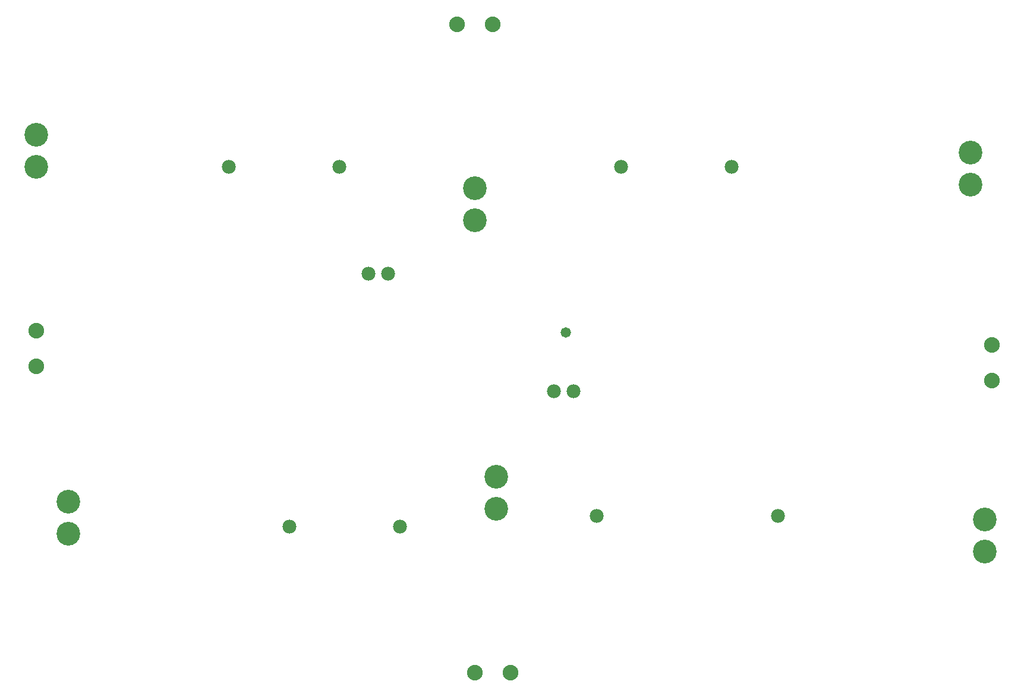
<source format=gbs>
%FSAX24Y24*%
%MOIN*%
G70*
G01*
G75*
G04 Layer_Color=16711935*
%ADD10R,0.2579X0.3150*%
%ADD11R,0.0800X0.0600*%
%ADD12R,0.2126X0.0945*%
%ADD13R,0.3504X0.3228*%
%ADD14C,0.0500*%
%ADD15C,0.0100*%
%ADD16C,0.0700*%
%ADD17C,0.1250*%
%ADD18C,0.0800*%
%ADD19C,0.0500*%
%ADD20C,0.0098*%
%ADD21R,0.2659X0.3230*%
%ADD22R,0.0880X0.0680*%
%ADD23R,0.2206X0.1025*%
%ADD24R,0.3584X0.3308*%
%ADD25C,0.0780*%
%ADD26C,0.1330*%
%ADD27C,0.0880*%
%ADD28C,0.0580*%
D25*
X042250Y027600D02*
D03*
X043350D02*
D03*
X032950Y034200D02*
D03*
X031850D02*
D03*
X033600Y020000D02*
D03*
X027409D02*
D03*
X046009Y040200D02*
D03*
X052200D02*
D03*
X030200D02*
D03*
X024009D02*
D03*
X054800Y020600D02*
D03*
X044640D02*
D03*
D26*
X065600Y041011D02*
D03*
Y039200D02*
D03*
X037800Y037200D02*
D03*
Y039011D02*
D03*
X039000Y022811D02*
D03*
Y021000D02*
D03*
X015000Y019600D02*
D03*
Y021411D02*
D03*
X013200Y042011D02*
D03*
Y040200D02*
D03*
X066400Y018600D02*
D03*
Y020411D02*
D03*
D27*
X037800Y011800D02*
D03*
X039800D02*
D03*
X038800Y048200D02*
D03*
X036800D02*
D03*
X066800Y028200D02*
D03*
Y030200D02*
D03*
X013200Y031000D02*
D03*
Y029000D02*
D03*
D28*
X042913Y030906D02*
D03*
M02*

</source>
